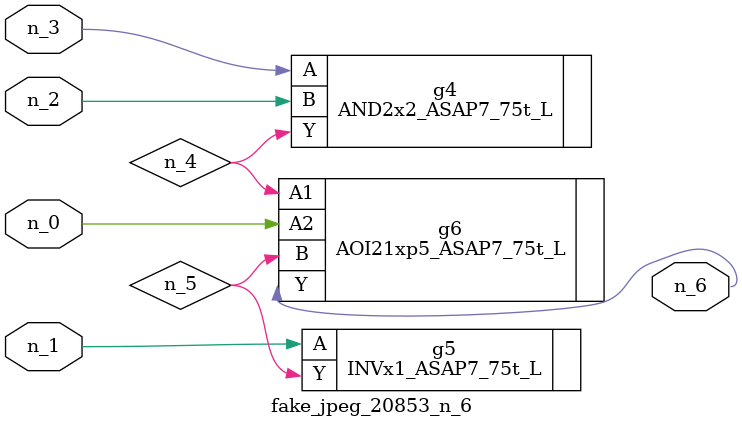
<source format=v>
module fake_jpeg_20853_n_6 (n_0, n_3, n_2, n_1, n_6);

input n_0;
input n_3;
input n_2;
input n_1;

output n_6;

wire n_4;
wire n_5;

AND2x2_ASAP7_75t_L g4 ( 
.A(n_3),
.B(n_2),
.Y(n_4)
);

INVx1_ASAP7_75t_L g5 ( 
.A(n_1),
.Y(n_5)
);

AOI21xp5_ASAP7_75t_L g6 ( 
.A1(n_4),
.A2(n_0),
.B(n_5),
.Y(n_6)
);


endmodule
</source>
